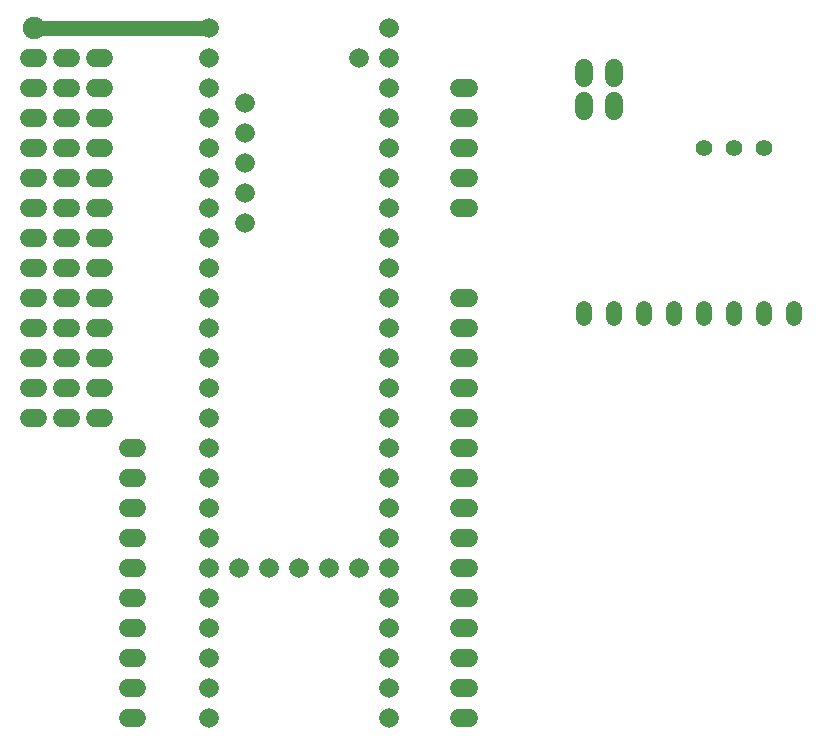
<source format=gbr>
G04 EAGLE Gerber RS-274X export*
G75*
%MOMM*%
%FSLAX34Y34*%
%LPD*%
%INBottom Copper*%
%IPPOS*%
%AMOC8*
5,1,8,0,0,1.08239X$1,22.5*%
G01*
%ADD10C,1.665000*%
%ADD11C,1.524000*%
%ADD12C,1.408000*%
%ADD13C,1.320800*%
%ADD14C,1.905000*%
%ADD15C,1.270000*%


D10*
X190500Y584200D03*
X190500Y558800D03*
X190500Y533400D03*
X190500Y508000D03*
X190500Y482600D03*
X190500Y457200D03*
X190500Y431800D03*
X190500Y406400D03*
X190500Y381000D03*
X190500Y355600D03*
X190500Y330200D03*
X190500Y304800D03*
X342900Y304800D03*
X342900Y330200D03*
X342900Y355600D03*
X342900Y381000D03*
X342900Y406400D03*
X342900Y431800D03*
X342900Y457200D03*
X342900Y482600D03*
X342900Y508000D03*
X342900Y533400D03*
X342900Y558800D03*
X190500Y254000D03*
X190500Y228600D03*
X190500Y203200D03*
X190500Y177800D03*
X190500Y152400D03*
X190500Y127000D03*
X190500Y101600D03*
X190500Y76200D03*
X190500Y50800D03*
X342900Y50800D03*
X342900Y76200D03*
X342900Y101600D03*
X342900Y127000D03*
X342900Y152400D03*
X342900Y177800D03*
X342900Y203200D03*
X342900Y228600D03*
X342900Y254000D03*
X190500Y279400D03*
X215900Y177800D03*
X241300Y177800D03*
X266700Y177800D03*
X292100Y177800D03*
X317500Y177800D03*
X221000Y469900D03*
X221000Y495300D03*
X221000Y520700D03*
X221000Y546100D03*
X221000Y571500D03*
X342900Y584200D03*
X342900Y635000D03*
X190500Y609600D03*
X317500Y609600D03*
X342900Y279400D03*
X342900Y609600D03*
X190500Y635000D03*
D11*
X101981Y609600D02*
X93599Y609600D01*
X93599Y584200D02*
X101981Y584200D01*
X101981Y558800D02*
X93599Y558800D01*
X93599Y533400D02*
X101981Y533400D01*
X101981Y508000D02*
X93599Y508000D01*
X93599Y482600D02*
X101981Y482600D01*
X101981Y457200D02*
X93599Y457200D01*
X93599Y431800D02*
X101981Y431800D01*
X101981Y406400D02*
X93599Y406400D01*
X93599Y381000D02*
X101981Y381000D01*
X101981Y355600D02*
X93599Y355600D01*
X93599Y330200D02*
X101981Y330200D01*
X101981Y304800D02*
X93599Y304800D01*
X74041Y304800D02*
X65659Y304800D01*
X65659Y330200D02*
X74041Y330200D01*
X74041Y355600D02*
X65659Y355600D01*
X65659Y381000D02*
X74041Y381000D01*
X74041Y406400D02*
X65659Y406400D01*
X65659Y431800D02*
X74041Y431800D01*
X74041Y457200D02*
X65659Y457200D01*
X65659Y482600D02*
X74041Y482600D01*
X74041Y508000D02*
X65659Y508000D01*
X65659Y533400D02*
X74041Y533400D01*
X74041Y558800D02*
X65659Y558800D01*
X65659Y584200D02*
X74041Y584200D01*
X74041Y609600D02*
X65659Y609600D01*
X46101Y304800D02*
X37719Y304800D01*
X37719Y330200D02*
X46101Y330200D01*
X46101Y355600D02*
X37719Y355600D01*
X37719Y381000D02*
X46101Y381000D01*
X46101Y406400D02*
X37719Y406400D01*
X37719Y431800D02*
X46101Y431800D01*
X46101Y457200D02*
X37719Y457200D01*
X37719Y482600D02*
X46101Y482600D01*
X46101Y508000D02*
X37719Y508000D01*
X37719Y533400D02*
X46101Y533400D01*
X46101Y558800D02*
X37719Y558800D01*
X37719Y584200D02*
X46101Y584200D01*
X46101Y609600D02*
X37719Y609600D01*
D12*
X610000Y533400D03*
X635000Y533400D03*
X660000Y533400D03*
D11*
X129921Y279400D02*
X121539Y279400D01*
X121539Y254000D02*
X129921Y254000D01*
X129921Y228600D02*
X121539Y228600D01*
X121539Y203200D02*
X129921Y203200D01*
X129921Y177800D02*
X121539Y177800D01*
X121539Y152400D02*
X129921Y152400D01*
X129921Y127000D02*
X121539Y127000D01*
X121539Y101600D02*
X129921Y101600D01*
X129921Y76200D02*
X121539Y76200D01*
X121539Y50800D02*
X129921Y50800D01*
X402209Y279400D02*
X410591Y279400D01*
X410591Y254000D02*
X402209Y254000D01*
X402209Y228600D02*
X410591Y228600D01*
X410591Y203200D02*
X402209Y203200D01*
X402209Y177800D02*
X410591Y177800D01*
X410591Y152400D02*
X402209Y152400D01*
X402209Y127000D02*
X410591Y127000D01*
X410591Y101600D02*
X402209Y101600D01*
X402209Y76200D02*
X410591Y76200D01*
X410591Y50800D02*
X402209Y50800D01*
D13*
X508000Y390068D02*
X508000Y397332D01*
X533400Y397332D02*
X533400Y390068D01*
X558800Y390068D02*
X558800Y397332D01*
X584200Y397332D02*
X584200Y390068D01*
X609600Y390068D02*
X609600Y397332D01*
X635000Y397332D02*
X635000Y390068D01*
X660400Y390068D02*
X660400Y397332D01*
X685800Y397332D02*
X685800Y390068D01*
D11*
X410591Y406400D02*
X402209Y406400D01*
X402209Y381000D02*
X410591Y381000D01*
X410591Y355600D02*
X402209Y355600D01*
X402209Y330200D02*
X410591Y330200D01*
X410591Y304800D02*
X402209Y304800D01*
X402209Y584200D02*
X410591Y584200D01*
X410591Y558800D02*
X402209Y558800D01*
X402209Y533400D02*
X410591Y533400D01*
X410591Y508000D02*
X402209Y508000D01*
X402209Y482600D02*
X410591Y482600D01*
X508000Y564769D02*
X508000Y573151D01*
X533400Y573151D02*
X533400Y564769D01*
X508000Y592709D02*
X508000Y601091D01*
X533400Y601091D02*
X533400Y592709D01*
D14*
X41910Y635000D03*
D15*
X190500Y635000D01*
M02*

</source>
